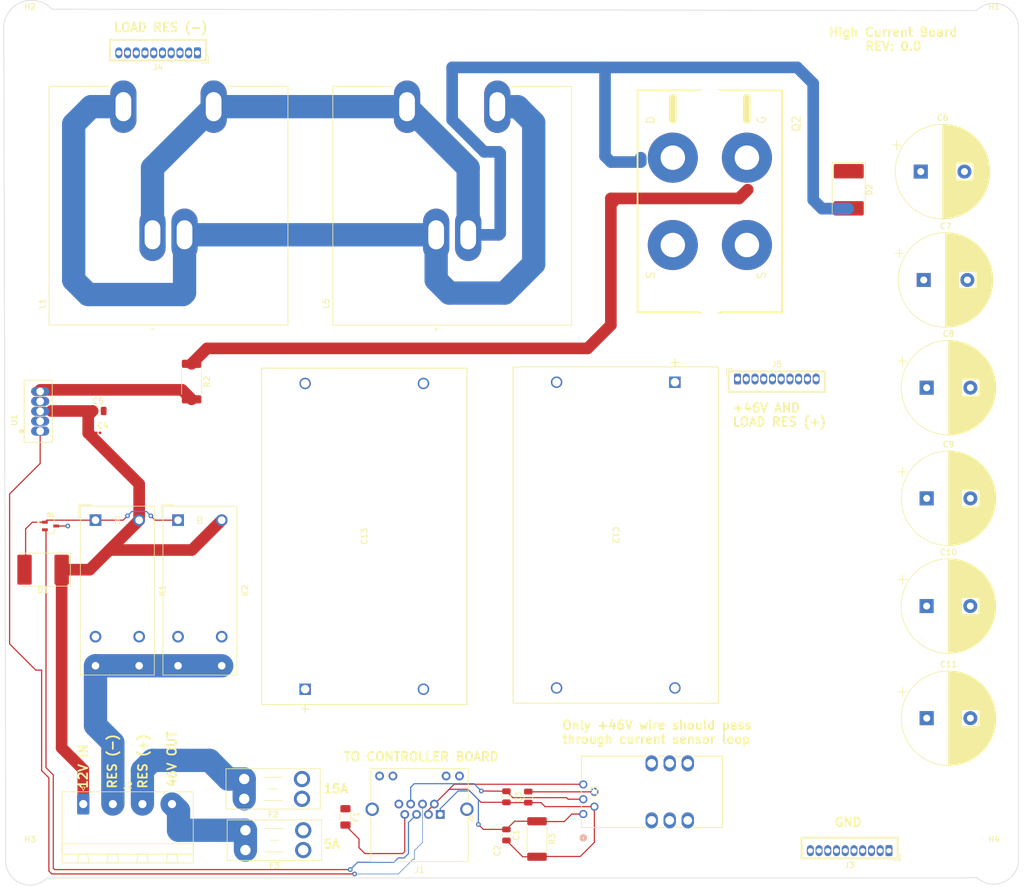
<source format=kicad_pcb>
(kicad_pcb (version 20221018) (generator pcbnew)
  (title_block (title "uhm"))
  (layers (0 "F.Cu" signal) (31 "B.Cu" signal) (34 "B.Paste" user) (35 "F.Paste" user) (36 "B.SilkS" user "B.Silkscreen") (37 "F.SilkS" user "F.Silkscreen") (38 "B.Mask" user) (39 "F.Mask" user) (44 "Edge.Cuts" user))
  (net 0 "")
  (net 1 "/3.3V")
  (net 2 "/3.3V_RETURN")
  (net 3 "/FUEL_CELL_CURRENT")
  (net 4 "GND")
  (net 5 "+12V")
  (net 6 "+46V")
  (net 7 "Net-(D1-A)")
  (net 8 "Net-(D2-A)")
  (net 9 "/46V")
  (net 10 "Net-(F1-Pad2)")
  (net 11 "Net-(J2-Pin_3)")
  (net 12 "Net-(J2-Pin_4)")
  (net 13 "/GATE_SIG")
  (net 14 "/AIR_STARVE_RELAY")
  (net 16 "Net-(J4-Pin_1)")
  (net 17 "/AIR_STARVE_RESISTORS")
  (net 18 "Net-(U1-OUTPUT)")
  (net 25 "Net-(U3-VREF)")
  (net 26 "Net-(Q2-D)")
  (footprint "Capacitor_SMD:C_0201_0603Metric" (layer "F.Cu") (at 61.7 89.5 180)
    (fp_text reference "C4" (at -0.8 1.25) (layer "F.SilkS"))
    (fp_text value "10uF")
    (pad "1" smd roundrect (at -0.32 0 180) (size 0.46 0.4) (layers "F.Cu" "F.Mask") (net 4 "GND"))
    (pad "2" smd roundrect (at 0.32 0 180) (size 0.46 0.4) (layers "F.Cu" "F.Mask") (net 5 "+12V"))
  )
  (footprint "Capacitor_THT:CP_Radial_D16.0mm_P7.50mm" (layer "F.Cu") (at 202.967246 44.64)
    (fp_text reference "C6" (at 3.75 -9.25) (layer "F.SilkS"))
    (fp_text value "6800uF")
    (pad "1" thru_hole rect (at 0 0) (size 2.4 2.4) (drill 1.2) (layers "*.Cu" "*.Mask") (net 6 "+46V"))
    (pad "2" thru_hole circle (at 7.5 0) (size 2.4 2.4) (drill 1.2) (layers "*.Cu" "*.Mask") (net 4 "GND"))
  )
  (footprint "Fuse:Fuse_1206_3216Metric" (layer "F.Cu") (at 104.175 155.45 -90)
    (fp_text reference "F1" (at 0 -1.82 90) (layer "F.SilkS"))
    (fp_text value "Polyfuse")
    (pad "1" smd roundrect (at -1.4 0 270) (size 1.25 1.75) (layers "F.Cu" "F.Paste" "F.Mask") (roundrect_rratio 0.2) (net 9 "/46V"))
    (pad "2" smd roundrect (at 1.4 0 270) (size 1.25 1.75) (layers "F.Cu" "F.Paste" "F.Mask") (roundrect_rratio 0.2) (net 10 "Net-(F1-Pad2)"))
  )
  (footprint "Capacitor_SMD:C_0805_2012Metric" (layer "F.Cu") (at 61.7 85.75)
    (fp_text reference "C5" (at 0 -1.68) (layer "F.SilkS"))
    (fp_text value "0.1uF")
    (pad "1" smd roundrect (at -0.95 0) (size 1 1.45) (layers "F.Cu" "F.Paste" "F.Mask") (net 5 "+12V"))
    (pad "2" smd roundrect (at 0.95 0) (size 1 1.45) (layers "F.Cu" "F.Paste" "F.Mask") (net 4 "GND"))
  )
  (footprint "MountingHole:MountingHole_2.7mm_M2.5" (layer "F.Cu") (at 215.57 20.0241)
    (fp_text reference "H1" (at 0 -3.7) (layer "F.SilkS"))
    (fp_text value "MountingHole")
    (pad "" np_thru_hole circle (at 0 0) (size 2.7 2.7) (drill 2.7) (layers "F&B.Cu" "*.Mask"))
  )
  (footprint "Relay_THT:Relay_SPST_Omron_G2RL-1A-E" (layer "F.Cu") (at 75.425 104.5)
    (fp_text reference "K2" (at 11.5 12.1 90) (layer "F.SilkS"))
    (fp_text value "G2RL-1A-E")
    (pad "13" thru_hole circle (at 0 20) (size 2 2) (drill 1.3) (layers "*.Cu" "*.Mask") (net 4 "GND"))
    (pad "13" thru_hole circle (at 7.5 20) (size 2 2) (drill 1.3) (layers "*.Cu" "*.Mask") (net 4 "GND"))
    (pad "14" thru_hole circle (at 0 25) (size 2 2) (drill 1.3) (layers "*.Cu" "*.Mask") (net 17 "/AIR_STARVE_RESISTORS"))
    (pad "14" thru_hole circle (at 7.5 25) (size 2 2) (drill 1.3) (layers "*.Cu" "*.Mask") (net 17 "/AIR_STARVE_RESISTORS"))
    (pad "A1" thru_hole rect (at 0 0) (size 2 2) (drill 1.3) (layers "*.Cu" "*.Mask") (net 7 "Net-(D1-A)"))
    (pad "A2" thru_hole circle (at 7.5 0) (size 2 2) (drill 1.3) (layers "*.Cu" "*.Mask") (net 5 "+12V"))
  )
  (footprint "Capacitor_SMD:C_0805_2012Metric" (layer "F.Cu") (at 131.816 158.55 -90)
    (fp_text reference "C1" (at 0 -1.68 90) (layer "F.SilkS"))
    (fp_text value "47nF")
    (pad "1" smd roundrect (at -0.95 0 270) (size 1 1.45) (layers "F.Cu" "F.Paste" "F.Mask") (net 1 "/3.3V"))
    (pad "2" smd roundrect (at 0.95 0 270) (size 1 1.45) (layers "F.Cu" "F.Paste" "F.Mask") (net 2 "/3.3V_RETURN"))
  )
  (footprint "KiCADv6:SOT65P210X100-3N" (layer "F.Cu") (at 53.53 105.5)
    (fp_text reference "Q1" (at 0.032 -1.9064) (layer "F.SilkS") (effects (font (size 0.64 0.64))))
    (fp_text value "NMOS_Substrate")
    (pad "1" smd roundrect (at -0.97 -0.65) (size 0.99 0.5) (layers "F.Cu" "F.Paste" "F.Mask") (roundrect_rratio 0.06) (net 7 "Net-(D1-A)"))
    (pad "2" smd roundrect (at -0.97 0.65) (size 0.99 0.5) (layers "F.Cu" "F.Paste" "F.Mask") (roundrect_rratio 0.06) (net 14 "/AIR_STARVE_RELAY"))
    (pad "3" smd roundrect (at 0.97 0) (size 0.99 0.5) (layers "F.Cu" "F.Paste" "F.Mask") (roundrect_rratio 0.06) (net 4 "GND"))
  )
  (footprint "Connector_RJ:RJ45_Amphenol_RJHSE538X" (layer "F.Cu") (at 120.455 155.03 180)
    (fp_text reference "J1" (at 3.56 -9.5) (layer "F.SilkS"))
    (fp_text value "8P8C_Shielded")
    (pad "" np_thru_hole circle (at -2.79 -2.54 180) (size 3.25 3.25) (drill 3.25) (layers "*.Cu" "*.Mask"))
    (pad "" np_thru_hole circle (at 9.91 -2.54 180) (size 3.25 3.25) (drill 3.25) (layers "*.Cu" "*.Mask"))
    (pad "1" thru_hole rect (at 0 0 180) (size 1.5 1.5) (drill 0.89) (layers "*.Cu" "*.Mask") (net 1 "/3.3V"))
    (pad "2" thru_hole circle (at 1.016 1.78 180) (size 1.5 1.5) (drill 0.89) (layers "*.Cu" "*.Mask") (net 2 "/3.3V_RETURN"))
    (pad "3" thru_hole circle (at 2.032 0 180) (size 1.5 1.5) (drill 0.89) (layers "*.Cu" "*.Mask") (net 2 "/3.3V_RETURN"))
    (pad "4" thru_hole circle (at 3.048 1.78 180) (size 1.5 1.5) (drill 0.89) (layers "*.Cu" "*.Mask") (net 13 "/GATE_SIG"))
    (pad "5" thru_hole circle (at 4.064 0 180) (size 1.5 1.5) (drill 0.89) (layers "*.Cu" "*.Mask") (net 14 "/AIR_STARVE_RELAY"))
    (pad "6" thru_hole circle (at 5.08 1.78 180) (size 1.5 1.5) (drill 0.89) (layers "*.Cu" "*.Mask") (net 3 "/FUEL_CELL_CURRENT"))
    (pad "7" thru_hole circle (at 6.096 0 180) (size 1.5 1.5) (drill 0.89) (layers "*.Cu" "*.Mask") (net 10 "Net-(F1-Pad2)"))
    (pad "8" thru_hole circle (at 7.112 1.78 180) (size 1.5 1.5) (drill 0.89) (layers "*.Cu" "*.Mask"))
    (pad "9" thru_hole circle (at -3.3 6.6 180) (size 1.5 1.5) (drill 0.89) (layers "*.Cu" "*.Mask"))
    (pad "10" thru_hole circle (at -1.01 6.6 180) (size 1.5 1.5) (drill 0.89) (layers "*.Cu" "*.Mask"))
    (pad "11" thru_hole circle (at 8.13 6.6 180) (size 1.5 1.5) (drill 0.89) (layers "*.Cu" "*.Mask"))
    (pad "12" thru_hole circle (at 10.42 6.6 180) (size 1.5 1.5) (drill 0.89) (layers "*.Cu" "*.Mask"))
    (pad "SH" thru_hole circle (at -4.57 0.89 180) (size 2.3 2.3) (drill 1.57) (layers "*.Cu" "*.Mask") (net 4 "GND"))
    (pad "SH" thru_hole circle (at 11.69 0.89 180) (size 2.3 2.3) (drill 1.57) (layers "*.Cu" "*.Mask") (net 4 "GND"))
  )
  (footprint "Capacitor_THT:CP_Radial_D16.0mm_P7.50mm" (layer "F.Cu") (at 203.974492 119.25)
    (fp_text reference "C10" (at 3.75 -9.25) (layer "F.SilkS"))
    (fp_text value "6800uF")
    (pad "1" thru_hole rect (at 0 0) (size 2.4 2.4) (drill 1.2) (layers "*.Cu" "*.Mask") (net 6 "+46V"))
    (pad "2" thru_hole circle (at 7.5 0) (size 2.4 2.4) (drill 1.2) (layers "*.Cu" "*.Mask") (net 4 "GND"))
  )
  (footprint "Capacitor_SMD:C_0805_2012Metric" (layer "F.Cu") (at 135.566 152.05 90)
    (fp_text reference "C3" (at 0 -1.68 90) (layer "F.SilkS"))
    (fp_text value "47nF")
    (pad "1" smd roundrect (at -0.95 0 90) (size 1 1.45) (layers "F.Cu" "F.Paste" "F.Mask") (net 2 "/3.3V_RETURN"))
    (pad "2" smd roundrect (at 0.95 0 90) (size 1 1.45) (layers "F.Cu" "F.Paste" "F.Mask") (net 25 "Net-(U3-VREF)"))
  )
  (footprint "Capacitor_THT:CP_Radial_D16.0mm_P7.50mm" (layer "F.Cu") (at 203.987246 138.5)
    (fp_text reference "C11" (at 3.75 -9.25) (layer "F.SilkS"))
    (fp_text value "6800uF")
    (pad "1" thru_hole rect (at 0 0) (size 2.4 2.4) (drill 1.2) (layers "*.Cu" "*.Mask") (net 6 "+46V"))
    (pad "2" thru_hole circle (at 7.5 0) (size 2.4 2.4) (drill 1.2) (layers "*.Cu" "*.Mask") (net 4 "GND"))
  )
  (footprint "Diode_SMD:D_3220_8050Metric" (layer "F.Cu") (at 52.25 113 180)
    (fp_text reference "D1" (at 0 -3.52 180) (layer "F.SilkS"))
    (fp_text value "D_Schottky")
    (pad "1" smd roundrect (at -3.1875 0 180) (size 2.475 5.15) (layers "F.Cu" "F.Paste" "F.Mask") (roundrect_rratio 0.10101) (net 5 "+12V"))
    (pad "2" smd roundrect (at 3.1875 0 180) (size 2.475 5.15) (layers "F.Cu" "F.Paste" "F.Mask") (roundrect_rratio 0.10101) (net 7 "Net-(D1-A)"))
  )
  (footprint "Connector_Wuerth:Wuerth_WR-WTB_64801011622_1x10_P1.50mm_Vertical" (layer "F.Cu") (at 197.5 161.25 180)
    (fp_text reference "J3" (at 6.75 -2.5) (layer "F.SilkS"))
    (fp_text value "GND")
    (pad "1" thru_hole roundrect (at 0 0 180) (size 1.17 1.87) (drill 0.87) (layers "*.Cu" "*.Mask") (roundrect_rratio 0.213675) (net 4 "GND"))
    (pad "2" thru_hole oval (at 1.5 0 180) (size 1.17 1.87) (drill 0.87) (layers "*.Cu" "*.Mask"))
    (pad "3" thru_hole oval (at 3 0 180) (size 1.17 1.87) (drill 0.87) (layers "*.Cu" "*.Mask"))
    (pad "4" thru_hole oval (at 4.5 0 180) (size 1.17 1.87) (drill 0.87) (layers "*.Cu" "*.Mask"))
    (pad "5" thru_hole oval (at 6 0 180) (size 1.17 1.87) (drill 0.87) (layers "*.Cu" "*.Mask"))
    (pad "6" thru_hole oval (at 7.5 0 180) (size 1.17 1.87) (drill 0.87) (layers "*.Cu" "*.Mask"))
    (pad "7" thru_hole oval (at 9 0 180) (size 1.17 1.87) (drill 0.87) (layers "*.Cu" "*.Mask"))
    (pad "9" thru_hole oval (at 10.5 0 180) (size 1.17 1.87) (drill 0.87) (layers "*.Cu" "*.Mask"))
    (pad "9" thru_hole oval (at 12 0 180) (size 1.17 1.87) (drill 0.87) (layers "*.Cu" "*.Mask"))
    (pad "10" thru_hole oval (at 13.5 0 180) (size 1.17 1.87) (drill 0.87) (layers "*.Cu" "*.Mask"))
  )
  (footprint "filmcapacitorsfootprint:C4A-060_KEM" (layer "F.Cu") (at 160.75 80.8082 -90)
    (fp_text reference "C12" (at 26.2509 10.16 -90 unlocked) (layer "F.SilkS"))
    (fp_text value "60uF")
    (pad "1" thru_hole rect (at 0 0 270) (size 1.9558 1.9558) (drill 1.4478) (layers "*.Cu" "*.Mask") (net 4 "GND"))
    (pad "2" thru_hole circle (at 0 20.32 270) (size 1.9558 1.9558) (drill 1.4478) (layers "*.Cu" "*.Mask") (net 4 "GND"))
    (pad "3" thru_hole circle (at 52.5018 20.32 270) (size 1.9558 1.9558) (drill 1.4478) (layers "*.Cu" "*.Mask") (net 6 "+46V"))
    (pad "4" thru_hole circle (at 52.5018 0 270) (size 1.9558 1.9558) (drill 1.4478) (layers "*.Cu" "*.Mask") (net 6 "+46V"))
  )
  (footprint "Connector_Wuerth:Wuerth_WR-WTB_64801011622_1x10_P1.50mm_Vertical" (layer "F.Cu") (at 171.5 80.25)
    (fp_text reference "J5" (at 6.75 -2.5) (layer "F.SilkS"))
    (fp_text value "+46V from Fuel Cell")
    (pad "1" thru_hole roundrect (at 0 0) (size 1.17 1.87) (drill 0.87) (layers "*.Cu" "*.Mask") (roundrect_rratio 0.213675) (net 6 "+46V"))
    (pad "2" thru_hole oval (at 1.5 0) (size 1.17 1.87) (drill 0.87) (layers "*.Cu" "*.Mask"))
    (pad "3" thru_hole oval (at 3 0) (size 1.17 1.87) (drill 0.87) (layers "*.Cu" "*.Mask"))
    (pad "4" thru_hole oval (at 4.5 0) (size 1.17 1.87) (drill 0.87) (layers "*.Cu" "*.Mask"))
    (pad "5" thru_hole oval (at 6 0) (size 1.17 1.87) (drill 0.87) (layers "*.Cu" "*.Mask"))
    (pad "6" thru_hole oval (at 7.5 0) (size 1.17 1.87) (drill 0.87) (layers "*.Cu" "*.Mask"))
    (pad "7" thru_hole oval (at 9 0) (size 1.17 1.87) (drill 0.87) (layers "*.Cu" "*.Mask"))
    (pad "8" thru_hole oval (at 10.5 0) (size 1.17 1.87) (drill 0.87) (layers "*.Cu" "*.Mask"))
    (pad "9" thru_hole oval (at 12 0) (size 1.17 1.87) (drill 0.87) (layers "*.Cu" "*.Mask"))
    (pad "10" thru_hole oval (at 13.5 0) (size 1.17 1.87) (drill 0.87) (layers "*.Cu" "*.Mask"))
  )
  (footprint "footprints:HO 25-P_LEM" (layer "F.Cu") (at 145.014999 154.96 90)
    (fp_text reference "U3" (at 3.81 1.905 90 unlocked) (layer "F.SilkS"))
    (fp_text value "HO 25-P")
    (pad "1" thru_hole circle (at 0 0 90) (size 1.397 1.397) (drill 0.889) (layers "*.Cu" "*.Mask") (net 1 "/3.3V"))
    (pad "2" thru_hole circle (at 1.27 1.905 90) (size 1.397 1.397) (drill 0.889) (layers "*.Cu" "*.Mask") (net 2 "/3.3V_RETURN"))
    (pad "3" thru_hole circle (at 2.54 0 90) (size 1.397 1.397) (drill 0.889) (layers "*.Cu" "*.Mask") (net 3 "/FUEL_CELL_CURRENT"))
    (pad "4" thru_hole circle (at 3.81 1.905 90) (size 1.397 1.397) (drill 0.889) (layers "*.Cu" "*.Mask") (net 25 "Net-(U3-VREF)"))
    (pad "5" thru_hole circle (at 5.08 0 90) (size 1.397 1.397) (drill 0.889) (layers "*.Cu" "*.Mask") (net 2 "/3.3V_RETURN"))
    (pad "8" thru_hole oval (at -1.09 11.735001 180) (size 2.1082 2.7432) (drill 1.4986) (layers "*.Cu" "*.Mask"))
    (pad "9" thru_hole oval (at -1.09 14.835 180) (size 2.1082 2.7432) (drill 1.4986) (layers "*.Cu" "*.Mask"))
    (pad "10" thru_hole oval (at -1.09 17.935001 180) (size 2.1082 2.7432) (drill 1.4986) (layers "*.Cu" "*.Mask"))
    (pad "11" thru_hole oval (at 8.71 17.935001 180) (size 2.1082 2.7432) (drill 1.4986) (layers "*.Cu" "*.Mask"))
    (pad "12" thru_hole oval (at 8.71 14.835 180) (size 2.1082 2.7432) (drill 1.4986) (layers "*.Cu" "*.Mask"))
    (pad "13" thru_hole oval (at 8.71 11.735001 180) (size 2.1082 2.7432) (drill 1.4986) (layers "*.Cu" "*.Mask"))
  )
  (footprint "MountingHole:MountingHole_2.7mm_M2.5" (layer "F.Cu") (at 50 20.0241)
    (fp_text reference "H2" (at 0 -3.7) (layer "F.SilkS"))
    (fp_text value "MountingHole")
    (pad "" np_thru_hole circle (at 0 0) (size 2.7 2.7) (drill 2.7) (layers "F&B.Cu" "*.Mask"))
  )
  (footprint "filmcapacitorsfootprint:C4A-060_KEM" (layer "F.Cu") (at 97.25 133.5259 90)
    (fp_text reference "C13" (at 26.2509 10.16 90 unlocked) (layer "F.SilkS"))
    (fp_text value "60uF")
    (pad "1" thru_hole rect (at 0 0 90) (size 1.9558 1.9558) (drill 1.4478) (layers "*.Cu" "*.Mask") (net 4 "GND"))
    (pad "2" thru_hole circle (at 0 20.32 90) (size 1.9558 1.9558) (drill 1.4478) (layers "*.Cu" "*.Mask") (net 4 "GND"))
    (pad "3" thru_hole circle (at 52.5018 20.32 90) (size 1.9558 1.9558) (drill 1.4478) (layers "*.Cu" "*.Mask") (net 6 "+46V"))
    (pad "4" thru_hole circle (at 52.5018 0 90) (size 1.9558 1.9558) (drill 1.4478) (layers "*.Cu" "*.Mask") (net 6 "+46V"))
  )
  (footprint "Capacitor_THT:CP_Radial_D16.0mm_P7.50mm" (layer "F.Cu") (at 203.987246 100.75)
    (fp_text reference "C9" (at 3.75 -9.25) (layer "F.SilkS"))
    (fp_text value "6800uF")
    (pad "1" thru_hole rect (at 0 0) (size 2.4 2.4) (drill 1.2) (layers "*.Cu" "*.Mask") (net 6 "+46V"))
    (pad "2" thru_hole circle (at 7.5 0) (size 2.4 2.4) (drill 1.2) (layers "*.Cu" "*.Mask") (net 4 "GND"))
  )
  (footprint "MountingHole:MountingHole_2.7mm_M2.5" (layer "F.Cu") (at 215.57 163)
    (fp_text reference "H4" (at 0 -3.7) (layer "F.SilkS"))
    (fp_text value "MountingHole")
    (pad "" np_thru_hole circle (at 0 0) (size 2.7 2.7) (drill 2.7) (layers "*.Cu" "*.Mask"))
  )
  (footprint "Relay_THT:Relay_SPST_Omron_G2RL-1A-E" (layer "F.Cu") (at 61.25 104.5)
    (fp_text reference "K1" (at 11.5 12.1 90) (layer "F.SilkS"))
    (fp_text value "G2RL-1A-E")
    (pad "13" thru_hole circle (at 0 20) (size 2 2) (drill 1.3) (layers "*.Cu" "*.Mask") (net 4 "GND"))
    (pad "13" thru_hole circle (at 7.5 20) (size 2 2) (drill 1.3) (layers "*.Cu" "*.Mask") (net 4 "GND"))
    (pad "14" thru_hole circle (at 0 25) (size 2 2) (drill 1.3) (layers "*.Cu" "*.Mask") (net 17 "/AIR_STARVE_RESISTORS"))
    (pad "14" thru_hole circle (at 7.5 25) (size 2 2) (drill 1.3) (layers "*.Cu" "*.Mask") (net 17 "/AIR_STARVE_RESISTORS"))
    (pad "A1" thru_hole rect (at 0 0) (size 2 2) (drill 1.3) (layers "*.Cu" "*.Mask") (net 7 "Net-(D1-A)"))
    (pad "A2" thru_hole circle (at 7.5 0) (size 2 2) (drill 1.3) (layers "*.Cu" "*.Mask") (net 5 "+12V"))
  )
  (footprint "KiCADv6:FIL_CMX1616Z171B-10" (layer "F.Cu") (at 122.5 50.5 90)
    (fp_text reference "L5" (at -16.825 -21.635 90) (layer "F.SilkS"))
    (fp_text value "L_Coupled")
    (pad "1" thru_hole oval (at -5 -2.75 90) (size 9 4.5) (drill oval 5 2.7) (layers "*.Cu" "*.Mask") (net 16 "Net-(J4-Pin_1)"))
    (pad "2" thru_hole oval (at -5 2.75 90) (size 9 4.5) (drill oval 5 2.7) (layers "*.Cu" "*.Mask") (net 8 "Net-(D2-A)"))
    (pad "3" thru_hole oval (at 17 7.75 90) (size 9 4.5) (drill oval 5 2.7) (layers "*.Cu" "*.Mask") (net 16 "Net-(J4-Pin_1)"))
    (pad "4" thru_hole oval (at 17 -7.75 90) (size 9 4.5) (drill oval 5 2.7) (layers "*.Cu" "*.Mask") (net 8 "Net-(D2-A)"))
  )
  (footprint "Resistor_SMD:R_2512_6332Metric_Pad1.40x3.35mm_HandSolder" (layer "F.Cu") (at 137.066 159.25 -90)
    (fp_text reference "R3" (at 0 -2.62 90) (layer "F.SilkS"))
    (fp_text value "20k")
    (pad "1" smd roundrect (at -3.05 0 270) (size 1.4 3.35) (layers "F.Cu" "F.Paste" "F.Mask") (roundrect_rratio 0.178571) (net 1 "/3.3V"))
    (pad "2" smd roundrect (at 3.05 0 270) (size 1.4 3.35) (layers "F.Cu" "F.Paste" "F.Mask") (roundrect_rratio 0.178571) (net 2 "/3.3V_RETURN"))
  )
  (footprint "Connector_Phoenix_MSTB:PhoenixContact_MSTBA_2,5_4-G-5,08_1x04_P5.08mm_Horizontal" (layer "F.Cu") (at 59.15 153.25)
    (fp_text reference "J2" (at 7.62 -3.2) (layer "F.SilkS"))
    (fp_text value "Conn_01x04")
    (pad "1" thru_hole roundrect (at 0 0) (size 2.08 3.6) (drill 1.4) (layers "*.Cu" "*.Mask") (roundrect_rratio 0.120192) (net 5 "+12V"))
    (pad "2" thru_hole oval (at 5.08 0) (size 2.08 3.6) (drill 1.4) (layers "*.Cu" "*.Mask") (net 17 "/AIR_STARVE_RESISTORS"))
    (pad "3" thru_hole oval (at 10.16 0) (size 2.08 3.6) (drill 1.4) (layers "*.Cu" "*.Mask") (net 11 "Net-(J2-Pin_3)"))
    (pad "4" thru_hole oval (at 15.24 0) (size 2.08 3.6) (drill 1.4) (layers "*.Cu" "*.Mask") (net 12 "Net-(J2-Pin_4)"))
  )
  (footprint "Connector_Wuerth:Wuerth_WR-WTB_64801011622_1x10_P1.50mm_Vertical" (layer "F.Cu") (at 78.75 24.25 180)
    (fp_text reference "J4" (at 6.75 -2.5) (layer "F.SilkS"))
    (fp_text value "Load Resistors Return")
    (pad "1" thru_hole roundrect (at 0 0 180) (size 1.17 1.87) (drill 0.87) (layers "*.Cu" "*.Mask") (roundrect_rratio 0.213675) (net 16 "Net-(J4-Pin_1)"))
    (pad "2" thru_hole oval (at 1.5 0 180) (size 1.17 1.87) (drill 0.87) (layers "*.Cu" "*.Mask"))
    (pad "3" thru_hole oval (at 3 0 180) (size 1.17 1.87) (drill 0.87) (layers "*.Cu" "*.Mask"))
    (pad "4" thru_hole oval (at 4.5 0 180) (size 1.17 1.87) (drill 0.87) (layers "*.Cu" "*.Mask"))
    (pad "5" thru_hole oval (at 6 0 180) (size 1.17 1.87) (drill 0.87) (layers "*.Cu" "*.Mask"))
    (pad "6" thru_hole oval (at 7.5 0 180) (size 1.17 1.87) (drill 0.87) (layers "*.Cu" "*.Mask"))
    (pad "7" thru_hole oval (at 9 0 180) (size 1.17 1.87) (drill 0.87) (layers "*.Cu" "*.Mask"))
    (pad "8" thru_hole oval (at 10.5 0 180) (size 1.17 1.87) (drill 0.87) (layers "*.Cu" "*.Mask"))
    (pad "9" thru_hole oval (at 12 0 180) (size 1.17 1.87) (drill 0.87) (layers "*.Cu" "*.Mask"))
    (pad "10" thru_hole oval (at 13.5 0 180) (size 1.17 1.87) (drill 0.87) (layers "*.Cu" "*.Mask"))
  )
  (footprint "Fuse:Fuseholder_Blade_Mini_Keystone_3568" (layer "F.Cu") (at 96.92 161.15 180)
    (fp_text reference "F3" (at 4.96 -2.67) (layer "F.SilkS"))
    (fp_text value "Fuse")
    (pad "1" thru_hole circle (at 0 0 180) (size 2.78 2.78) (drill 1.78) (layers "*.Cu" "*.Mask") (net 6 "+46V"))
    (pad "1" thru_hole circle (at 0 3.4 180) (size 2.78 2.78) (drill 1.78) (layers "*.Cu" "*.Mask") (net 6 "+46V"))
    (pad "2" thru_hole circle (at 9.92 0 180) (size 2.78 2.78) (drill 1.78) (layers "*.Cu" "*.Mask") (net 12 "Net-(J2-Pin_4)"))
    (pad "2" thru_hole circle (at 9.92 3.4 180) (size 2.78 2.78) (drill 1.78) (layers "*.Cu" "*.Mask") (net 12 "Net-(J2-Pin_4)"))
  )
  (footprint "KiCADv6:SOT-227B" (layer "F.Cu") (at 166.75 49.75 -90)
    (fp_text reference "Q2" (at -13.335 -14.859 90) (layer "F.SilkS") (effects (font (size 1.4 1.4))))
    (fp_text value "NMOS")
    (fp_text user "S" (at 12.7 -8.89 90) (layer "F.SilkS") (effects (font (size 1.4 1.4))))
    (fp_text user "D" (at -13.97 10.16 90) (layer "F.SilkS") (effects (font (size 1.4 1.4))))
    (fp_text user "S" (at 12.7 10.16 90) (layer "F.SilkS") (effects (font (size 1.4 1.4))))
    (fp_text user "G" (at -13.97 -8.89 90) (layer "F.SilkS") (effects (font (size 1.4 1.4))))
    (pad "" np_thru_hole circle (at -15.105 0 270) (size 8.5 8.5) (drill 8.5) (layers "*.Cu" "*.Mask"))
    (pad "" np_thru_hole circle (at 15.105 0 270) (size 8.5 8.5) (drill 8.5) (layers "*.Cu" "*.Mask"))
    (pad "D" thru_hole circle (at -7.5 6.3625 270) (size 8.6 8.6) (drill 4.2) (layers "*.Cu" "*.Mask"))
    (pad "G" thru_hole circle (at -7.5 -6.3625 270) (size 8.6 8.6) (drill 4.2) (layers "*.Cu" "*.Mask"))
    (pad "S" thru_hole circle (at 7.5 -6.3625 270) (size 8.6 8.6) (drill 4.2) (layers "*.Cu" "*.Mask"))
    (pad "S" thru_hole circle (at 7.5 6.3625 270) (size 8.6 8.6) (drill 4.2) (layers "*.Cu" "*.Mask"))
  )
  (footprint "Resistor_SMD:R_2512_6332Metric_Pad1.40x3.35mm_HandSolder" (layer "F.Cu") (at 77.75 80.7 -90)
    (fp_text reference "R2" (at 0 -2.62 90) (layer "F.SilkS"))
    (fp_text value "1R5")
    (pad "1" smd roundrect (at -3.05 0 270) (size 1.4 3.35) (layers "F.Cu" "F.Paste" "F.Mask") (roundrect_rratio 0.178571) (net 26 "Net-(Q2-D)"))
    (pad "2" smd roundrect (at 3.05 0 270) (size 1.4 3.35) (layers "F.Cu" "F.Paste" "F.Mask") (roundrect_rratio 0.178571) (net 18 "Net-(U1-OUTPUT)"))
  )
  (footprint "MountingHole:MountingHole_2.7mm_M2.5" (layer "F.Cu") (at 50 163)
    (fp_text reference "H3" (at 0 -3.7) (layer "F.SilkS"))
    (fp_text value "MountingHole")
    (pad "" np_thru_hole circle (at 0 0) (size 2.7 2.7) (drill 2.7) (layers "*.Cu" "*.Mask"))
  )
  (footprint "Capacitor_THT:CP_Radial_D16.0mm_P7.50mm" (layer "F.Cu") (at 203.474492 63.25)
    (fp_text reference "C7" (at 3.75 -9.25) (layer "F.SilkS"))
    (fp_text value "6800uF")
    (pad "1" thru_hole rect (at 0 0) (size 2.4 2.4) (drill 1.2) (layers "*.Cu" "*.Mask") (net 6 "+46V"))
    (pad "2" thru_hole circle (at 7.5 0) (size 2.4 2.4) (drill 1.2) (layers "*.Cu" "*.Mask") (net 4 "GND"))
  )
  (footprint "KiCADv6:FIL_CMX1616Z171B-10" (layer "F.Cu") (at 73.79 50.49 90)
    (fp_text reference "L1" (at -16.825 -21.635 90) (layer "F.SilkS"))
    (fp_text value "L_Coupled")
    (pad "1" thru_hole oval (at -5 -2.75 90) (size 9 4.5) (drill oval 5 2.7) (layers "*.Cu" "*.Mask") (net 8 "Net-(D2-A)"))
    (pad "2" thru_hole oval (at -5 2.75 90) (size 9 4.5) (drill oval 5 2.7) (layers "*.Cu" "*.Mask") (net 16 "Net-(J4-Pin_1)"))
    (pad "3" thru_hole oval (at 17 7.75 90) (size 9 4.5) (drill oval 5 2.7) (layers "*.Cu" "*.Mask") (net 8 "Net-(D2-A)"))
    (pad "4" thru_hole oval (at 17 -7.75 90) (size 9 4.5) (drill oval 5 2.7) (layers "*.Cu" "*.Mask") (net 16 "Net-(J4-Pin_1)"))
  )
  (footprint "KiCADv6:TO170P1066X482X1572-5" (layer "F.Cu") (at 51.75 89.202 90)
    (fp_text reference "U1" (at 1.905 -4.445 90) (layer "F.SilkS"))
    (fp_text value "TC4421AVAT")
    (pad "1" thru_hole oval (at 0 0 90) (size 1.55 3.1) (drill 1.31) (layers "*.Cu" "*.Mask") (net 13 "/GATE_SIG"))
    (pad "2" thru_hole oval (at 1.702 0 90) (size 1.55 3.1) (drill 1.31) (layers "*.Cu" "*.Mask") (net 4 "GND"))
    (pad "3" thru_hole oval (at 3.404 0 90) (size 1.55 3.1) (drill 1.31) (layers "*.Cu" "*.Mask") (net 5 "+12V"))
    (pad "4" thru_hole oval (at 5.106 0 90) (size 1.55 3.1) (drill 1.31) (layers "*.Cu" "*.Mask") (net 4 "GND"))
    (pad "5" thru_hole oval (at 6.808 0 90) (size 1.55 3.1) (drill 1.31) (layers "*.Cu" "*.Mask") (net 18 "Net-(U1-OUTPUT)"))
  )
  (footprint "Fuse:Fuseholder_Blade_Mini_Keystone_3568" (layer "F.Cu") (at 96.71 152.35 180)
    (fp_text reference "F2" (at 4.96 -2.67) (layer "F.SilkS"))
    (fp_text value "Fuse")
    (pad "1" thru_hole circle (at 0 0 180) (size 2.78 2.78) (drill 1.78) (layers "*.Cu" "*.Mask") (net 6 "+46V"))
    (pad "1" thru_hole circle (at 0 3.4 180) (size 2.78 2.78) (drill 1.78) (layers "*.Cu" "*.Mask") (net 6 "+46V"))
    (pad "2" thru_hole circle (at 9.92 0 180) (size 2.78 2.78) (drill 1.78) (layers "*.Cu" "*.Mask") (net 11 "Net-(J2-Pin_3)"))
    (pad "2" thru_hole circle (at 9.92 3.4 180) (size 2.78 2.78) (drill 1.78) (layers "*.Cu" "*.Mask") (net 11 "Net-(J2-Pin_3)"))
  )
  (footprint "Capacitor_THT:CP_Radial_D16.0mm_P7.50mm" (layer "F.Cu") (at 203.987246 81.75)
    (fp_text reference "C8" (at 3.75 -9.25) (layer "F.SilkS"))
    (fp_text value "6800uF")
    (pad "1" thru_hole rect (at 0 0) (size 2.4 2.4) (drill 1.2) (layers "*.Cu" "*.Mask") (net 6 "+46V"))
    (pad "2" thru_hole circle (at 7.5 0) (size 2.4 2.4) (drill 1.2) (layers "*.Cu" "*.Mask") (net 4 "GND"))
  )
  (footprint "Diode_SMD:D_3220_8050Metric" (layer "F.Cu") (at 190.6 47.7625 -90)
    (fp_text reference "D2" (at 0 -3.52 90) (layer "F.SilkS"))
    (fp_text value "D_Schottky")
    (pad "1" smd roundrect (at -3.1875 0 270) (size 2.475 5.15) (layers "F.Cu" "F.Paste" "F.Mask") (roundrect_rratio 0.10101) (net 6 "+46V"))
    (pad "2" smd roundrect (at 3.1875 0 270) (size 2.475 5.15) (layers "F.Cu" "F.Paste" "F.Mask") (roundrect_rratio 0.10101) (net 8 "Net-(D2-A)"))
  )
  (footprint "Capacitor_SMD:C_0805_2012Metric" (layer "F.Cu") (at 131.816 152 90)
    (fp_text reference "C2" (at -9.25 -1.566 90) (layer "F.SilkS"))
    (fp_text value "4.7nF")
    (pad "1" smd roundrect (at -0.95 0 90) (size 1 1.45) (layers "F.Cu" "F.Paste" "F.Mask") (net 2 "/3.3V_RETURN"))
    (pad "2" smd roundrect (at 0.95 0 90) (size 1 1.45) (layers "F.Cu" "F.Paste" "F.Mask") (net 3 "/FUEL_CELL_CURRENT"))
  )
  (gr_arc (start 45.481111 19.735062) (mid 48.628221 15.507526) (end 53.75 16.75) (stroke (width 0.1)) (layer "Edge.Cuts"))
  (gr_line (start 210.681981 165.931981) (end 52.950019 165.931981) (stroke (width 0.1)) (layer "Edge.Cuts"))
  (gr_arc (start 212.494796 16.994796) (mid 217.126405 16.073512) (end 219.75 20) (stroke (width 0.1)) (layer "Edge.Cuts"))
  (gr_line (start 45.5 19.75) (end 45.840779 163) (stroke (width 0.1)) (layer "Edge.Cuts"))
  (gr_arc (start 219.749999 163) (mid 217.092217 166.698397) (end 212.612327 165.878313) (stroke (width 0.1)) (layer "Edge.Cuts"))
  (gr_arc (start 52.950019 165.931981) (mid 48.414229 166.845056) (end 45.840779 163) (stroke (width 0.1)) (layer "Edge.Cuts"))
  (gr_line (start 212.494796 16.994796) (end 53.75 16.75) (stroke (width 0.1)) (layer "Edge.Cuts"))
  (gr_line (start 219.75 163) (end 219.75 20) (stroke (width 0.1)) (layer "Edge.Cuts"))
  (gr_line (start 210.681981 165.931981) (end 212.612327 165.878313) (stroke (width 0.1)) (layer "Edge.Cuts"))
  (gr_text "RES (+)" (at 70.25 150.75 90) (layer "F.SilkS") (effects (font (size 1.5 1.5) (thickness 0.3) bold) (justify left bottom)))
  (gr_text "TO CONTROLLER BOARD" (at 103.75 146) (layer "F.SilkS") (effects (font (size 1.5 1.5) (thickness 0.3) bold) (justify left bottom)))
  (gr_text "LOAD RES (-)" (at 64.25 20.75) (layer "F.SilkS") (effects (font (size 1.5 1.5) (thickness 0.3) bold) (justify left bottom)))
  (gr_text "RES (-)" (at 65 150.75 90) (layer "F.SilkS") (effects (font (size 1.5 1.5) (thickness 0.3) bold) (justify left bottom)))
  (gr_text "5A" (at 100.25 161) (layer "F.SilkS") (effects (font (size 1.5 1.5) (thickness 0.3) bold) (justify left bottom)))
  (gr_text "12V IN" (at 60 150.75 90) (layer "F.SilkS") (effects (font (size 1.5 1.5) (thickness 0.3) bold) (justify left bottom)))
  (gr_text "GND" (at 188 157.25) (layer "F.SilkS") (effects (font (size 1.5 1.5) (thickness 0.3) bold) (justify left bottom)))
  (gr_text "46V OUT" (at 75.25 150.5 90) (layer "F.SilkS") (effects (font (size 1.5 1.5) (thickness 0.3) bold) (justify left bottom)))
  (gr_text "15A" (at 100.25 151.5) (layer "F.SilkS") (effects (font (size 1.5 1.5) (thickness 0.3) bold) (justify left bottom)))
  (gr_text "Only +46V wire should pass\nthrough current sensor loop" (at 141.25 143) (layer "F.SilkS") (effects (font (size 1.5 1.5) (thickness 0.3) bold) (justify left bottom)))
  (gr_text "High Current Board\nREV: 0.0" (at 198.25 24) (layer "F.SilkS") (effects (font (size 1.5 1.5) (thickness 0.3) bold) (justify bottom)))
  (gr_text "+46V AND \nLOAD RES (+)" (at 170.5 88.5) (layer "F.SilkS") (effects (font (size 1.5 1.5) (thickness 0.3) bold) (justify left bottom)))
  (segment (start 137.116 156.25) (end 137.066 156.2) (width 0.2) (layer "F.Cu") (net 1))
  (segment (start 127.85 157.6) (end 127 156.75) (width 0.2) (layer "F.Cu") (net 1))
  (segment (start 143.04 154.96) (end 141.75 156.25) (width 0.2) (layer "F.Cu") (net 1))
  (segment (start 137.066 156.2) (end 133.216 156.2) (width 0.2) (layer "F.Cu") (net 1))
  (segment (start 131.816 157.6) (end 127.85 157.6) (width 0.2) (layer "F.Cu") (net 1))
  (segment (start 141.75 156.25) (end 137.116 156.25) (width 0.2) (layer "F.Cu") (net 1))
  (segment (start 133.216 156.2) (end 131.816 157.6) (width 0.2) (layer "F.Cu") (net 1))
  (segment (start 145.014999 154.96) (end 143.04 154.96) (width 0.2) (layer "F.Cu") (net 1))
  (via (at 127 156.75) (size 0.8) (drill 0.4) (layers "F.Cu" "B.Cu") (net 1))
  (segment (start 127 152.5) (end 125.5 151) (width 0.2) (layer "B.Cu") (net 1))
  (segment (start 123.5 151) (end 120.455 154.045) (width 0.2) (layer "B.Cu") (net 1))
  (segment (start 127 156.75) (end 127 152.5) (width 0.2) (layer "B.Cu") (net 1))
  (segment (start 125.5 151) (end 123.5 151) (width 0.2) (layer "B.Cu") (net 1))
  (segment (start 120.455 154.045) (end 120.455 155.03) (width 0.2) (layer "B.Cu") (net 1))
  (segment (start 119.439 153.25) (end 118.423 154.266) (width 0.2) (layer "F.Cu") (net 2))
  (segment (start 131.866 153) (end 131.816 152.95) (width 0.2) (layer "F.Cu") (net 2))
  (segment (start 146.919999 153.69) (end 146.919999 159.830001) (width 0.2) (layer "F.Cu") (net 2))
  (segment (start 146.919999 153.69) (end 138.44 153.69) (width 0.2) (layer "F.Cu") (net 2))
  (segment (start 137.066 162.3) (end 134.616 162.3) (width 0.2) (layer "F.Cu") (net 2))
  (segment (start 127.45 152.95) (end 125.2195 150.7195) (width 0.2) (layer "F.Cu") (net 2))
  (segment (start 125.2195 150.7195) (end 121.9695 150.7195) (width 0.2) (layer "F.Cu") (net 2))
  (segment (start 122.839 149.85) (end 121.9695 150.7195) (width 0.2) (layer "F.Cu") (net 2))
  (segment (start 131.816 152.95) (end 127.45 152.95) (width 0.2) (layer "F.Cu") (net 2))
  (segment (start 121.9695 150.7195) (end 119.439 153.25) (width 0.2) (layer "F.Cu") (net 2))
  (segment (start 144.5 162.25) (end 137.116 162.25) (width 0.2) (layer "F.Cu") (net 2))
  (segment (start 138.44 153.69) (end 137.75 153) (width 0.2) (layer "F.Cu") (net 2))
  (segment (start 137.116 162.25) (end 137.066 162.3) (width 0.2) (layer "F.Cu") (net 2))
  (segment (start 137.75 153) (end 131.866 153) (width 0.2) (layer "F.Cu") (net 2))
  (segment (start 146.919999 159.830001) (end 144.5 162.25) (width 0.2) (layer "F.Cu") (net 2))
  (segment (start 118.423 154.266) (end 118.423 155.03) (width 0.2) (layer "F.Cu") (net 2))
  (segment (start 144.984999 149.85) (end 122.839 149.85) (width 0.2) (layer "F.Cu") (net 2))
  (segment (start 134.616 162.3) (end 131.816 159.5) (width 0.2) (layer "F.Cu") (net 2))
  (segment (start 145.014999 149.88) (end 144.984999 149.85) (width 0.2) (layer "F.Cu") (net 2))
  (segment (start 132.916 152.15) (end 131.816 151.05) (width 0.2) (layer "F.Cu") (net 3))
  (segment (start 142.15 152.15) (end 132.916 152.15) (width 0.2) (layer "F.Cu") (net 3))
  (segment (start 127.5 151) (end 127.55 151.05) (width 0.2) (layer "F.Cu") (net 3))
  (segment (start 142.42 152.42) (end 142.15 152.15) (width 0.2) (layer "F.Cu") (net 3))
  (segment (start 145.014999 152.42) (end 144.594999 152) (width 0.2) (layer "F.Cu") (net 3))
  (segment (start 131.816 151.05) (end 127.5 151) (width 0.2) (layer "F.Cu") (net 3))
  (segment (start 145.014999 152.42) (end 142.42 152.42) (width 0.2) (layer "F.Cu") (net 3))
  (via (at 127.5 151) (size 0.8) (drill 0.4) (layers "F.Cu" "B.Cu") (net 3))
  (segment (start 127.5 151) (end 126.25 149.75) (width 0.2) (layer "B.Cu") (net 3))
  (segment (start 115.375 150.375) (end 115.375 153.25) (width 0.2) (layer "B.Cu") (net 3))
  (segment (start 126.25 149.75) (end 116 149.75) (width 0.2) (layer "B.Cu") (net 3))
  (segment (start 116 149.75) (end 115.375 150.375) (width 0.2) (layer "B.Cu") (net 3))
  (segment (start 54.5 105.5) (end 56.5 105.5) (width 0.2) (layer "F.Cu") (net 4))
  (via (at 56.5 105.5) (size 0.8) (drill 0.4) (layers "F.Cu" "B.Cu") (net 4))
  (segment (start 68.75 104.5) (end 68.75 98.298478) (width 2) (layer "F.Cu") (net 5))
  (segment (start 59.15 147.3125) (end 59.15 153.25) (width 2) (layer "F.Cu") (net 5))
  (segment (start 55.4375 143.6) (end 55.4375 113) (width 2) (layer "F.Cu") (net 5))
  (segment (start 63.625 109.625) (end 68.75 104.5) (width 2) (layer "F.Cu") (net 5))
  (segment (start 59.15 147.3125) (end 55.4375 143.6) (width 2) (layer "F.Cu") (net 5))
  (segment (start 60.75 85.75) (end 53.664072 85.75) (width 2) (layer "F.Cu") (net 5))
  (segment (start 60 89.548478) (end 60 86.5) (width 2) (layer "F.Cu") (net 5))
  (segment (start 55.4375 113) (end 60.25 113) (width 2) (layer "F.Cu") (net 5))
  (segment (start 77.8 109.625) (end 82.925 104.5) (width 2) (layer "F.Cu") (net 5))
  (segment (start 60 86.5) (end 60.75 85.75) (width 2) (layer "F.Cu") (net 5))
  (segment locked (start 63.625 109.625) (end 77.8 109.625) (width 2) (layer "F.Cu") (net 5))
  (segment (start 68.75 98.298478) (end 60 89.548478) (width 2) (layer "F.Cu") (net 5))
  (segment (start 60.25 113) (end 63.625 109.625) (width 2) (layer "F.Cu") (net 5))
  (segment (start 71.5 104.5) (end 70.75 103.75) (width 0.2) (layer "F.Cu") (net 7))
  (segment (start 52.91 104.5) (end 52.56 104.85) (width 0.2) (layer "F.Cu") (net 7))
  (segment (start 66 104.5) (end 61.25 104.5) (width 0.2) (layer "F.Cu") (net 7))
  (segment (start 49.25 112.8125) (end 49.0625 113) (width 0.2) (layer "F.Cu") (net 7))
  (segment (start 50.4 104.85) (end 49.25 106) (width 0.2) (layer "F.Cu") (net 7))
  (segment (start 49.25 106) (end 49.25 112.8125) (width 0.2) (layer "F.Cu") (net 7))
  (segment (start 75.425 104.5) (end 71.5 104.5) (width 0.2) (layer "F.Cu") (net 7))
  (segment (start 61.25 104.5) (end 52.91 104.5) (width 0.2) (layer "F.Cu") (net 7))
  (segment (start 66.75 103.75) (end 66 104.5) (width 0.2) (layer "F.Cu") (net 7))
  (segment (start 52.56 104.85) (end 50.4 104.85) (width 0.2) (layer "F.Cu") (net 7))
  (via (at 70.75 103.75) (size 0.8) (drill 0.4) (layers "F.Cu" "B.Cu") (net 7))
  (via (at 66.75 103.75) (size 0.8) (drill 0.4) (layers "F.Cu" "B.Cu") (net 7))
  (segment (start 67 103.75) (end 66.75 103.75) (width 0.2) (layer "B.Cu") (net 7))
  (segment (start 70 103) (end 67.5 103) (width 0.2) (layer "B.Cu") (net 7))
  (segment (start 66.75 103.75) (end 66.75 103.75) (width 0.2) (layer "B.Cu") (net 7))
  (segment (start 67 103.5) (end 67 103.75) (width 0.2) (layer "B.Cu") (net 7))
  (segment (start 70.75 103.75) (end 70 103) (width 0.2) (layer "B.Cu") (net 7))
  (segment (start 67.5 103) (end 67 103.5) (width 0.2) (layer "B.Cu") (net 7))
  (segment (start 149.75 43) (end 154.8875 43) (width 2) (layer "B.Cu") (net 8))
  (segment (start 148.75 26.75) (end 148.75 42) (width 2) (layer "B.Cu") (net 8))
  (segment (start 154.8875 43) (end 154.8875 42.25) (width 2) (layer "B.Cu") (net 8))
  (segment (start 184.5 49.5) (end 185.25 50.25) (width 2) (layer "B.Cu") (net 8))
  (segment (start 81.54 33.49) (end 114.74 33.49) (width 4) (layer "B.Cu") (net 8))
  (segment (start 122.5 35.75) (end 122.5 26.75) (width 2) (layer "B.Cu") (net 8))
  (segment (start 186 51) (end 190.5 51) (width 2) (layer "B.Cu") (net 8))
  (segment (start 114.74 33.49) (end 114.75 33.5) (width 4) (layer "B.Cu") (net 8))
  (segment (start 114.75 33.5) (end 125.25 44) (width 4) (layer "B.Cu") (net 8))
  (segment (start 148.75 26.75) (end 181.75 26.75) (width 2) (layer "B.Cu") (net 8))
  (segment (start 125.25 44) (end 125.25 55.5) (width 4) (layer "B.Cu") (net 8))
  (segment (start 125.25 55.5) (end 130.5 55.5) (width 2) (layer "B.Cu") (net 8))
  (segment (start 71.04 55.49) (end 71.04 43.99) (width 4) (layer "B.Cu") (net 8))
  (segment (start 181.75 26.75) (end 184.5 29.5) (width 2) (layer "B.Cu") (net 8))
  (segment (start 71.04 43.99) (end 81.54 33.49) (width 4) (layer "B.Cu") (net 8))
  (segment (start 184.5 29.5) (end 184.5 49.5) (width 2) (layer "B.Cu") (net 8))
  (segment (start 148.75 42) (end 149.75 43) (width 2) (layer "B.Cu") (net 8))
  (segment (start 130.75 41.5) (end 130.5 41.25) (width 2) (layer "B.Cu") (net 8))
  (segment (start 185.25 50.25) (end 186 51) (width 2) (layer "B.Cu") (net 8))
  (segment (start 130.75 55.25) (end 130.75 41.5) (width 2) (layer "B.Cu") (net 8))
  (segment (start 127 40.25) (end 122.5 35.75) (width 2) (layer "B.Cu") (net 8))
  (segment (start 130.5 41.25) (end 128 41.25) (width 2) (layer "B.Cu") (net 8))
  (segment (start 130.5 55.5) (end 130.75 55.25) (width 2) (layer "B.Cu") (net 8))
  (segment (start 128 41.25) (end 127 40.25) (width 2) (layer "B.Cu") (net 8))
  (segment (start 122.5 26.75) (end 148.75 26.75) (width 2) (layer "B.Cu") (net 8))
  (segment (start 104.175 156.925) (end 104.175 156.85) (width 0.2) (layer "F.Cu") (net 10))
  (segment (start 107.5 161.75) (end 106.5 160.75) (width 0.2) (layer "F.Cu") (net 10))
  (segment (start 106.5 160.75) (end 106.5 159.25) (width 0.2) (layer "F.Cu") (net 10))
  (segment (start 114.359 155.03) (end 114.359 161.391) (width 0.2) (layer "F.Cu") (net 10))
  (segment (start 114.359 161.391) (end 114 161.75) (width 0.2) (layer "F.Cu") (net 10))
  (segment (start 106.5 159.25) (end 104.175 156.925) (width 0.2) (layer "F.Cu") (net 10))
  (segment (start 114 161.75) (end 107.5 161.75) (width 0.2) (layer "F.Cu") (net 10))
  (segment (start 71.01 145.75) (end 69.31 147.45) (width 4) (layer "B.Cu") (net 11))
  (segment (start 86.79 152.35) (end 86.79 148.95) (width 4) (layer "B.Cu") (net 11))
  (segment (start 86.79 148.95) (end 84.03 148.95) (width 4) (layer "B.Cu") (net 11))
  (segment (start 80.83 145.75) (end 71.01 145.75) (width 4) (layer "B.Cu") (net 11))
  (segment (start 69.31 147.45) (end 69.31 153.25) (width 4) (layer "B.Cu") (net 11))
  (segment (start 84.03 148.95) (end 80.83 145.75) (width 4) (layer "B.Cu") (net 11))
  (segment (start 87 157.75) (end 75.51 157.75) (width 4) (layer "B.Cu") (net 12))
  (segment (start 75.51 154.37) (end 74.39 153.25) (width 4) (layer "B.Cu") (net 12))
  (segment (start 87 161.15) (end 87 157.75) (width 4) (layer "B.Cu") (net 12))
  (segment (start 75.51 157.75) (end 75.51 154.37) (width 4) (layer "B.Cu") (net 12))
  (segment (start 105.5 165.25) (end 105.75 165.25) (width 0.1) (layer "F.Cu") (net 13))
  (segment (start 105.369975 165.119975) (end 105.5 165.25) (width 0.1) (layer "F.Cu") (net 13))
  (segment (start 52 130.25) (end 51 130.25) (width 0.2) (layer "F.Cu") (net 13))
  (segment (start 105.23995 165.25) (end 53.75 165.25) (width 0.2) (layer "F.Cu") (net 13))
  (segment (start 46.5 125.75) (end 46.5 100) (width 0.2) (layer "F.Cu") (net 13))
  (segment (start 53.25 164.75) (end 53.25 148.75) (width 0.2) (layer "F.Cu") (net 13))
  (segment (start 105.369975 165.119975) (end 105.23995 165.25) (width 0.2) (layer "F.Cu") (net 13))
  (segment (start 51.75 94.75) (end 51.75 89.202) (width 0.2) (layer "F.Cu") (net 13))
  (segment (start 46.5 100) (end 51.75 94.75) (width 0.2) (layer "F.Cu") (net 13))
  (segment (start 51 130.25) (end 46.5 125.75) (width 0.2) (layer "F.Cu") (net 13))
  (segment (start 52 147.5) (end 52 130.25) (width 0.2) (layer "F.Cu") (net 13))
  (segment (start 53.25 148.75) (end 52 147.5) (width 0.2) (layer "F.Cu") (net 13))
  (segment (start 53.75 165.25) (end 53.25 164.75) (width 0.2) (layer "F.Cu") (net 13))
  (via (at 105.75 165.25) (size 0.8) (drill 0.4) (layers "F.Cu" "B.Cu") (net 13))
  (segment (start 116 162.75) (end 115.75 162.75) (width 0.1) (layer "B.Cu") (net 13))
  (segment (start 113.25 165.25) (end 105.75 165.25) (width 0.1) (layer "B.Cu") (net 13))
  (segment (start 115.75 162.75) (end 113.25 165.25) (width 0.1) (layer "B.Cu") (net 13))
  (segment (start 117.407 153.25) (end 117.407 159.843) (width 0.1) (layer "B.Cu") (net 13))
  (segment (start 105.75 165.25) (end 105.65 165.25) (width 0.1) (layer "B.Cu") (net 13))
  (segment (start 117.407 159.843) (end 116 161.25) (width 0.1) (layer "B.Cu") (net 13))
  (segment (start 116 161.25) (end 116 162.75) (width 0.1) (layer "B.Cu") (net 13))
  (segment (start 52.75 147) (end 52.75 106.34) (width 0.2) (layer "F.Cu") (net 14))
  (segment (start 54 148.25) (end 52.75 147) (width 0.2) (layer "F.Cu") (net 14))
  (segment (start 54 164.25) (end 54 148.25) (width 0.2) (layer "F.Cu") (net 14))
  (segment (start 105 164.5) (end 54.25 164.5) (width 0.2) (layer "F.Cu") (net 14))
  (segment (start 54.25 164.5) (end 54 164.25) (width 0.2) (layer "F.Cu") (net 14))
  (segment (start 52.75 106.34) (end 52.56 106.15) (width 0.2) (layer "F.Cu") (net 14))
  (via (at 105 164.5) (size 0.8) (drill 0.4) (layers "F.Cu" "B.Cu") (net 14))
  (segment (start 115 161.75) (end 115 156.421) (width 0.2) (layer "B.Cu") (net 14))
  (segment (start 105 164.5) (end 106.25 163.25) (width 0.2) (layer "B.Cu") (net 14))
  (segment (start 112.5 163.25) (end 113.25 162.5) (width 0.2) (layer "B.Cu") (net 14))
  (segment (start 115 156.421) (end 116.391 155.03) (width 0.2) (layer "B.Cu") (net 14))
  (segment (start 114.25 162.5) (end 115 161.75) (width 0.2) (layer "B.Cu") (net 14))
  (segment (start 106.25 163.25) (end 112.5 163.25) (width 0.2) (layer "B.Cu") (net 14))
  (segment (start 113.25 162.5) (end 114.25 162.5) (width 0.2) (layer "B.Cu") (net 14))
  (segment (start 57.5 36.5) (end 57.5 63.25) (width 4) (layer "B.Cu") (net 16))
  (segment (start 60 65.75) (end 76.25 65.75) (width 4) (layer "B.Cu") (net 16))
  (segment (start 119.75 55.5) (end 119.75 63.25) (width 4) (layer "B.Cu") (net 16))
  (segment (start 122 65.5) (end 131.5 65.5) (width 4) (layer "B.Cu") (net 16))
  (segment (start 66.04 33.49) (end 60.51 33.49) (width 4) (layer "B.Cu") (net 16))
  (segment (start 136.5 36.25) (end 133.75 33.5) (width 4) (layer "B.Cu") (net 16))
  (segment (start 60.51 33.49) (end 57.5 36.5) (width 4) (layer "B.Cu") (net 16))
  (segment (start 57.5 63.25) (end 60 65.75) (width 4) (layer "B.Cu") (net 16))
  (segment (start 131.5 65.5) (end 136.5 60.5) (width 4) (layer "B.Cu") (net 16))
  (segment (start 136.5 60.5) (end 136.5 36.25) (width 4) (layer "B.Cu") (net 16))
  (segment (start 119.75 63.25) (end 122 65.5) (width 4) (layer "B.Cu") (net 16))
  (segment (start 119.74 55.49) (end 119.75 55.5) (width 4) (layer "B.Cu") (net 16))
  (segment (start 76.25 65.75) (end 76.54 65.46) (width 4) (layer "B.Cu") (net 16))
  (segment (start 76.54 55.49) (end 119.74 55.49) (width 4) (layer "B.Cu") (net 16))
  (segment (start 76.54 65.46) (end 76.54 55.49) (width 4) (layer "B.Cu") (net 16))
  (segment (start 133.75 33.5) (end 130.25 33.5) (width 4) (layer "B.Cu") (net 16))
  (segment (start 82.925 129.5) (end 61.25 129.5) (width 4) (layer "B.Cu") (net 17))
  (segment (start 61.25 129.5) (end 61.25 139.75) (width 4) (layer "B.Cu") (net 17))
  (segment (start 61.25 139.75) (end 64.23 142.73) (width 4) (layer "B.Cu") (net 17))
  (segment (start 64.23 142.73) (end 64.23 153.25) (width 4) (layer "B.Cu") (net 17))
  (segment (start 77.75 83.75) (end 76.121 82.121) (width 2) (layer "F.Cu") (net 18))
  (segment (start 76.121 82.121) (end 51.75 82.121) (width 2) (layer "F.Cu") (net 18))
  (segment (start 135.616 151.15) (end 135.566 151.1) (width 0.2) (layer "F.Cu") (net 25))
  (segment (start 146.919999 151.15) (end 135.616 151.15) (width 0.2) (layer "F.Cu") (net 25))
  (segment (start 135.75 150.916) (end 135.566 151.1) (width 0.2) (layer "F.Cu") (net 25))
  (segment (start 149.75 71) (end 149.75 49.75) (width 2) (layer "F.Cu") (net 26))
  (segment (start 150.25 49.75) (end 149.75 49.25) (width 2) (layer "F.Cu") (net 26))
  (segment (start 80.4 75) (end 145.75 75) (width 2) (layer "F.Cu") (net 26))
  (segment (start 77.75 77.65) (end 80.4 75) (width 2) (layer "F.Cu") (net 26))
  (segment (start 149.75 49.25) (end 171.75 49.25) (width 2) (layer "F.Cu") (net 26))
  (segment (start 171.75 49.25) (end 173.25 47.75) (width 2) (layer "F.Cu") (net 26))
  (segment (start 145.75 75) (end 149.75 71) (width 2) (layer "F.Cu") (net 26))
)
</source>
